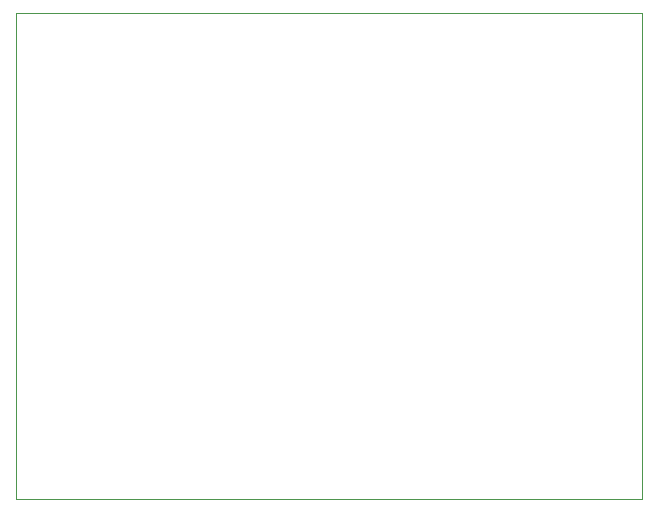
<source format=gbr>
%TF.GenerationSoftware,KiCad,Pcbnew,5.99.0-unknown-1f4a56005e~130~ubuntu20.04.1*%
%TF.CreationDate,2021-06-26T22:45:04+02:00*%
%TF.ProjectId,LED-Modul,4c45442d-4d6f-4647-956c-2e6b69636164,rev?*%
%TF.SameCoordinates,Original*%
%TF.FileFunction,Profile,NP*%
%FSLAX46Y46*%
G04 Gerber Fmt 4.6, Leading zero omitted, Abs format (unit mm)*
G04 Created by KiCad (PCBNEW 5.99.0-unknown-1f4a56005e~130~ubuntu20.04.1) date 2021-06-26 22:45:04*
%MOMM*%
%LPD*%
G01*
G04 APERTURE LIST*
%TA.AperFunction,Profile*%
%ADD10C,0.100000*%
%TD*%
G04 APERTURE END LIST*
D10*
X177000000Y-116600000D02*
X124000000Y-116600000D01*
X124000000Y-116600000D02*
X124000000Y-75400000D01*
X124000000Y-75400000D02*
X177000000Y-75400000D01*
X177000000Y-75400000D02*
X177000000Y-116600000D01*
M02*

</source>
